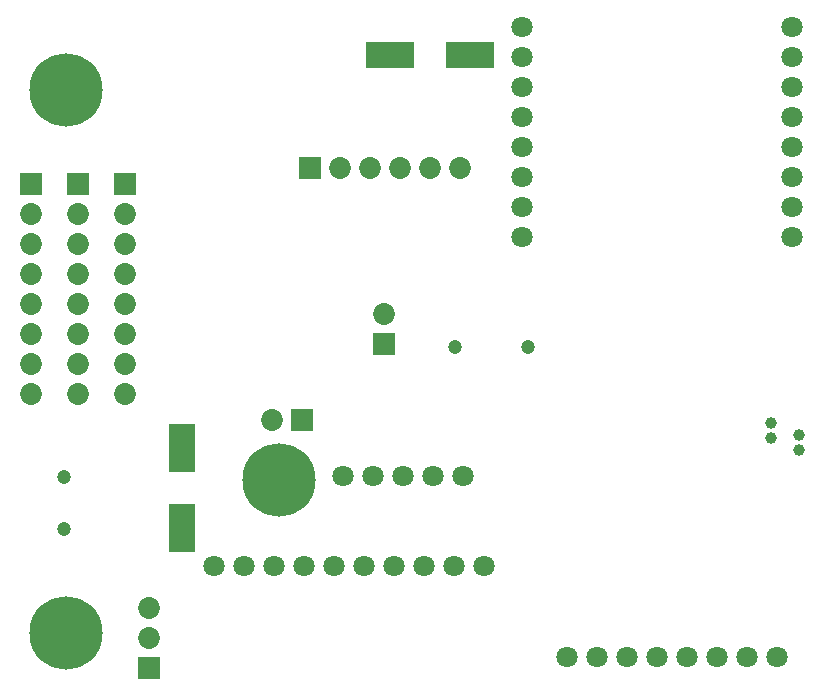
<source format=gbr>
%TF.GenerationSoftware,Altium Limited,Altium Designer,25.3.3 (18)*%
G04 Layer_Color=16711935*
%FSLAX45Y45*%
%MOMM*%
%TF.SameCoordinates,566CE66E-0970-42B3-A130-ADE81A1B3EF9*%
%TF.FilePolarity,Negative*%
%TF.FileFunction,Soldermask,Bot*%
%TF.Part,Single*%
G01*
G75*
%TA.AperFunction,ComponentPad*%
%ADD77R,1.85320X1.85320*%
%ADD78C,1.85320*%
%ADD79C,1.80320*%
%ADD80C,1.20320*%
%ADD81R,1.85320X1.85320*%
%ADD82C,6.20000*%
%TA.AperFunction,ViaPad*%
%ADD83C,1.00320*%
%TA.AperFunction,SMDPad,CuDef*%
%ADD84R,2.30320X4.05320*%
%ADD85R,4.05320X2.30320*%
D77*
X1400000Y400000D02*
D03*
X3390900Y3149600D02*
D03*
X1200000Y4500000D02*
D03*
X800000D02*
D03*
X399999D02*
D03*
D78*
X1400000Y654000D02*
D03*
Y908000D02*
D03*
X3390900Y3403600D02*
D03*
X3784600Y4635500D02*
D03*
X4038600D02*
D03*
X3022600D02*
D03*
X3530600D02*
D03*
X3276600D02*
D03*
X2446000Y2500000D02*
D03*
X1200000Y2976000D02*
D03*
Y2722000D02*
D03*
Y3484000D02*
D03*
Y3992000D02*
D03*
Y4246000D02*
D03*
Y3738000D02*
D03*
Y3230000D02*
D03*
X800000Y2976000D02*
D03*
Y2722000D02*
D03*
Y3484000D02*
D03*
Y3992000D02*
D03*
Y4246000D02*
D03*
Y3738000D02*
D03*
Y3230000D02*
D03*
X399999Y3484000D02*
D03*
Y3738000D02*
D03*
Y3230000D02*
D03*
Y4246000D02*
D03*
Y3992000D02*
D03*
Y2976000D02*
D03*
Y2722000D02*
D03*
D79*
X4557000Y4305300D02*
D03*
Y4051300D02*
D03*
Y4559300D02*
D03*
Y4813300D02*
D03*
Y5067300D02*
D03*
Y5321300D02*
D03*
Y5575300D02*
D03*
Y5829300D02*
D03*
X6843000D02*
D03*
Y5575300D02*
D03*
Y5321300D02*
D03*
Y5067300D02*
D03*
Y4813300D02*
D03*
Y4559300D02*
D03*
Y4305300D02*
D03*
Y4051300D02*
D03*
X5700000Y500000D02*
D03*
X5446000D02*
D03*
X5954000D02*
D03*
X5192000D02*
D03*
X4938000D02*
D03*
X6716000D02*
D03*
X6208000D02*
D03*
X6462000D02*
D03*
X1950000Y1270000D02*
D03*
X2204000D02*
D03*
X2458000D02*
D03*
X2712000D02*
D03*
X2966000D02*
D03*
X3220000D02*
D03*
X3474000D02*
D03*
X3728000D02*
D03*
X3982000D02*
D03*
X4236000D02*
D03*
X3810000Y2032000D02*
D03*
X4064000D02*
D03*
X3556000D02*
D03*
X3302000D02*
D03*
X3048000D02*
D03*
D80*
X3995300Y3124200D02*
D03*
X4615300D02*
D03*
X686200Y2023110D02*
D03*
Y1583690D02*
D03*
D81*
X2768600Y4635500D02*
D03*
X2700000Y2500000D02*
D03*
D82*
X700000Y700000D02*
D03*
Y5300000D02*
D03*
X2500000Y2000000D02*
D03*
D83*
X6670000Y2480000D02*
D03*
X6910000Y2380000D02*
D03*
Y2250000D02*
D03*
X6670000Y2350000D02*
D03*
D84*
X1680000Y2270000D02*
D03*
Y1590000D02*
D03*
D85*
X3440000Y5590000D02*
D03*
X4120000D02*
D03*
%TF.MD5,5c268ddbaa6b1ecd091cd9ff1de74655*%
M02*

</source>
